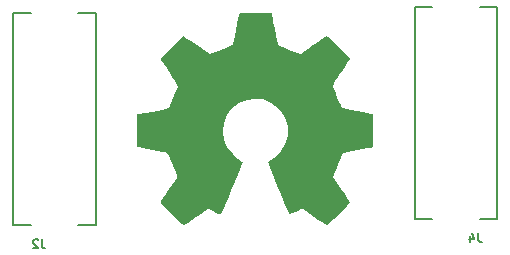
<source format=gbo>
G04 (created by PCBNEW (2013-09-06 BZR 4312)-stable) date T 04 märts 2014 22:38:06 EET*
%MOIN*%
G04 Gerber Fmt 3.4, Leading zero omitted, Abs format*
%FSLAX34Y34*%
G01*
G70*
G90*
G04 APERTURE LIST*
%ADD10C,0.000787*%
%ADD11C,0.005906*%
%ADD12C,0.000100*%
%ADD13C,0.005000*%
G04 APERTURE END LIST*
G54D10*
G54D11*
X41535Y-48818D02*
X41732Y-48818D01*
X41535Y-48818D02*
X41141Y-48818D01*
X41141Y-48818D02*
X41141Y-41732D01*
X41141Y-41732D02*
X41732Y-41732D01*
X43307Y-48818D02*
X43897Y-48818D01*
X43897Y-48818D02*
X43897Y-41732D01*
X43897Y-41732D02*
X43307Y-41732D01*
X56889Y-41535D02*
X56692Y-41535D01*
X56889Y-41535D02*
X57283Y-41535D01*
X57283Y-41535D02*
X57283Y-48622D01*
X57283Y-48622D02*
X56692Y-48622D01*
X55118Y-41535D02*
X54527Y-41535D01*
X54527Y-41535D02*
X54527Y-48622D01*
X54527Y-48622D02*
X55118Y-48622D01*
G54D12*
G36*
X46825Y-48812D02*
X46866Y-48790D01*
X46959Y-48732D01*
X47090Y-48646D01*
X47245Y-48542D01*
X47401Y-48437D01*
X47530Y-48351D01*
X47619Y-48293D01*
X47657Y-48272D01*
X47677Y-48279D01*
X47751Y-48315D01*
X47859Y-48371D01*
X47921Y-48404D01*
X48020Y-48446D01*
X48069Y-48455D01*
X48077Y-48441D01*
X48113Y-48366D01*
X48170Y-48237D01*
X48244Y-48066D01*
X48329Y-47866D01*
X48420Y-47651D01*
X48512Y-47431D01*
X48599Y-47221D01*
X48676Y-47033D01*
X48738Y-46880D01*
X48778Y-46773D01*
X48793Y-46727D01*
X48789Y-46718D01*
X48739Y-46670D01*
X48653Y-46605D01*
X48467Y-46454D01*
X48283Y-46224D01*
X48171Y-45963D01*
X48134Y-45674D01*
X48166Y-45405D01*
X48271Y-45146D01*
X48451Y-44914D01*
X48669Y-44741D01*
X48925Y-44632D01*
X49211Y-44597D01*
X49487Y-44628D01*
X49751Y-44732D01*
X49983Y-44909D01*
X50080Y-45022D01*
X50216Y-45257D01*
X50293Y-45510D01*
X50301Y-45574D01*
X50290Y-45850D01*
X50208Y-46115D01*
X50062Y-46353D01*
X49859Y-46547D01*
X49834Y-46565D01*
X49740Y-46635D01*
X49677Y-46683D01*
X49628Y-46724D01*
X49980Y-47571D01*
X50036Y-47706D01*
X50132Y-47938D01*
X50218Y-48137D01*
X50285Y-48296D01*
X50332Y-48402D01*
X50353Y-48445D01*
X50355Y-48447D01*
X50386Y-48453D01*
X50451Y-48429D01*
X50569Y-48372D01*
X50647Y-48332D01*
X50737Y-48288D01*
X50778Y-48272D01*
X50812Y-48291D01*
X50899Y-48347D01*
X51025Y-48431D01*
X51176Y-48534D01*
X51320Y-48632D01*
X51453Y-48720D01*
X51550Y-48782D01*
X51597Y-48807D01*
X51604Y-48807D01*
X51646Y-48784D01*
X51722Y-48720D01*
X51838Y-48611D01*
X52001Y-48450D01*
X52026Y-48425D01*
X52160Y-48288D01*
X52269Y-48174D01*
X52342Y-48092D01*
X52369Y-48055D01*
X52369Y-48055D01*
X52345Y-48009D01*
X52284Y-47913D01*
X52196Y-47778D01*
X52088Y-47621D01*
X51808Y-47213D01*
X51962Y-46828D01*
X52009Y-46710D01*
X52069Y-46567D01*
X52114Y-46465D01*
X52137Y-46421D01*
X52179Y-46406D01*
X52284Y-46381D01*
X52437Y-46349D01*
X52619Y-46315D01*
X52792Y-46283D01*
X52949Y-46254D01*
X53062Y-46231D01*
X53113Y-46221D01*
X53125Y-46214D01*
X53136Y-46189D01*
X53142Y-46136D01*
X53146Y-46041D01*
X53148Y-45891D01*
X53148Y-45674D01*
X53148Y-45650D01*
X53146Y-45443D01*
X53143Y-45278D01*
X53137Y-45169D01*
X53130Y-45127D01*
X53129Y-45126D01*
X53080Y-45114D01*
X52970Y-45091D01*
X52813Y-45060D01*
X52626Y-45025D01*
X52615Y-45022D01*
X52428Y-44987D01*
X52272Y-44954D01*
X52163Y-44929D01*
X52117Y-44915D01*
X52107Y-44901D01*
X52070Y-44829D01*
X52016Y-44713D01*
X51954Y-44572D01*
X51894Y-44426D01*
X51841Y-44295D01*
X51806Y-44196D01*
X51795Y-44152D01*
X51796Y-44151D01*
X51824Y-44106D01*
X51888Y-44010D01*
X51978Y-43876D01*
X52087Y-43717D01*
X52095Y-43705D01*
X52202Y-43548D01*
X52289Y-43415D01*
X52347Y-43320D01*
X52369Y-43277D01*
X52368Y-43274D01*
X52333Y-43227D01*
X52252Y-43138D01*
X52138Y-43018D01*
X52000Y-42879D01*
X51956Y-42836D01*
X51803Y-42687D01*
X51697Y-42589D01*
X51631Y-42537D01*
X51599Y-42525D01*
X51598Y-42526D01*
X51550Y-42555D01*
X51451Y-42619D01*
X51316Y-42711D01*
X51156Y-42819D01*
X51145Y-42827D01*
X50988Y-42934D01*
X50857Y-43022D01*
X50764Y-43084D01*
X50723Y-43109D01*
X50716Y-43109D01*
X50652Y-43090D01*
X50540Y-43051D01*
X50402Y-42997D01*
X50257Y-42939D01*
X50125Y-42883D01*
X50025Y-42838D01*
X49978Y-42811D01*
X49977Y-42809D01*
X49960Y-42753D01*
X49933Y-42635D01*
X49900Y-42473D01*
X49863Y-42280D01*
X49857Y-42249D01*
X49822Y-42061D01*
X49792Y-41907D01*
X49770Y-41799D01*
X49759Y-41755D01*
X49733Y-41749D01*
X49640Y-41742D01*
X49500Y-41739D01*
X49331Y-41737D01*
X49152Y-41738D01*
X48978Y-41742D01*
X48829Y-41747D01*
X48723Y-41754D01*
X48679Y-41763D01*
X48677Y-41766D01*
X48661Y-41824D01*
X48635Y-41942D01*
X48602Y-42105D01*
X48565Y-42298D01*
X48558Y-42332D01*
X48523Y-42519D01*
X48492Y-42673D01*
X48469Y-42778D01*
X48457Y-42820D01*
X48440Y-42829D01*
X48363Y-42862D01*
X48238Y-42914D01*
X48082Y-42977D01*
X47721Y-43123D01*
X47280Y-42820D01*
X47239Y-42793D01*
X47080Y-42685D01*
X46950Y-42598D01*
X46859Y-42539D01*
X46821Y-42518D01*
X46818Y-42519D01*
X46774Y-42558D01*
X46687Y-42640D01*
X46567Y-42756D01*
X46428Y-42895D01*
X46325Y-42998D01*
X46203Y-43122D01*
X46126Y-43205D01*
X46084Y-43259D01*
X46069Y-43291D01*
X46073Y-43313D01*
X46101Y-43358D01*
X46166Y-43455D01*
X46257Y-43589D01*
X46365Y-43745D01*
X46453Y-43876D01*
X46549Y-44024D01*
X46612Y-44130D01*
X46633Y-44182D01*
X46628Y-44203D01*
X46597Y-44290D01*
X46544Y-44421D01*
X46478Y-44576D01*
X46324Y-44926D01*
X46095Y-44970D01*
X45956Y-44997D01*
X45762Y-45034D01*
X45576Y-45070D01*
X45285Y-45126D01*
X45275Y-46194D01*
X45320Y-46213D01*
X45363Y-46225D01*
X45471Y-46249D01*
X45624Y-46279D01*
X45805Y-46314D01*
X45960Y-46342D01*
X46115Y-46372D01*
X46227Y-46393D01*
X46276Y-46404D01*
X46289Y-46421D01*
X46328Y-46496D01*
X46383Y-46616D01*
X46445Y-46760D01*
X46507Y-46909D01*
X46562Y-47047D01*
X46600Y-47152D01*
X46615Y-47206D01*
X46593Y-47247D01*
X46535Y-47339D01*
X46449Y-47469D01*
X46343Y-47624D01*
X46237Y-47778D01*
X46148Y-47910D01*
X46086Y-48005D01*
X46060Y-48049D01*
X46073Y-48078D01*
X46135Y-48153D01*
X46251Y-48274D01*
X46425Y-48446D01*
X46453Y-48473D01*
X46591Y-48606D01*
X46708Y-48713D01*
X46789Y-48786D01*
X46825Y-48812D01*
X46825Y-48812D01*
G37*
G54D13*
X42099Y-49285D02*
X42099Y-49500D01*
X42114Y-49542D01*
X42142Y-49571D01*
X42185Y-49585D01*
X42214Y-49585D01*
X41971Y-49314D02*
X41957Y-49300D01*
X41928Y-49285D01*
X41857Y-49285D01*
X41828Y-49300D01*
X41814Y-49314D01*
X41800Y-49342D01*
X41800Y-49371D01*
X41814Y-49414D01*
X41985Y-49585D01*
X41800Y-49585D01*
X56649Y-49085D02*
X56649Y-49300D01*
X56664Y-49342D01*
X56692Y-49371D01*
X56735Y-49385D01*
X56764Y-49385D01*
X56378Y-49185D02*
X56378Y-49385D01*
X56450Y-49071D02*
X56521Y-49285D01*
X56335Y-49285D01*
M02*

</source>
